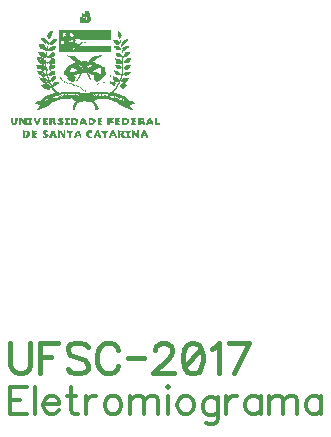
<source format=gbr>
G04 DipTrace 3.1.0.1*
G04 TopAssy.gbr*
%MOIN*%
G04 #@! TF.FileFunction,Drawing,Top*
G04 #@! TF.Part,Single*
%ADD12C,0.003*%
%ADD49C,0.013895*%
%ADD50C,0.015439*%
%FSLAX26Y26*%
G04*
G70*
G90*
G75*
G01*
G04 TopAssy*
%LPD*%
X770701Y1875701D2*
D12*
X776701D1*
X769305Y1872701D2*
X777738D1*
X768378Y1869701D2*
X778737D1*
X758701Y1866701D2*
D3*
X767701D2*
X779688D1*
X758578Y1863701D2*
X780712D1*
X758112Y1860701D2*
X781719D1*
X757086Y1857701D2*
X782679D1*
X749701Y1854701D2*
D3*
X755701D2*
X758701D1*
X767701D2*
D3*
X773701D2*
X783696D1*
X749701Y1851701D2*
X767701D1*
X773701D2*
X784588D1*
X749701Y1848701D2*
X767701D1*
X773701D2*
X785038D1*
X749701Y1845701D2*
X767701D1*
X773701D2*
X785087D1*
X749701Y1842701D2*
X752701D1*
X758701D2*
X776701D1*
X782701D2*
X783686D1*
X749701Y1839701D2*
X780426D1*
X749701Y1836701D2*
X776701D1*
X785701Y1824701D2*
D3*
X653701Y1809701D2*
D3*
X680701D2*
X851701D1*
X650713Y1806701D2*
X656701D1*
X680701D2*
X851701D1*
X878701D2*
D3*
X647830Y1803701D2*
X656587D1*
X680701D2*
X851701D1*
X878249D2*
X881701D1*
X645329Y1800701D2*
X656191D1*
X680701D2*
X689824D1*
X704701D2*
X716149D1*
X726253D2*
X725701D1*
X731701D2*
X851701D1*
X877623D2*
X884100D1*
X643559Y1797701D2*
X655366D1*
X680701D2*
X690290D1*
X701701D2*
X715097D1*
X730305D2*
X851701D1*
X877048D2*
X886093D1*
X642376Y1794701D2*
X654203D1*
X680701D2*
X691316D1*
X707701D2*
X713701D1*
X734701D2*
X851701D1*
X877840D2*
X886663D1*
X642342Y1791701D2*
X652846D1*
X680701D2*
X692701D1*
X698701D2*
X716888D1*
X730107D2*
X851701D1*
X879135D2*
X885629D1*
X643586Y1788701D2*
X651327D1*
X680701D2*
X719701D1*
X725701D2*
X851701D1*
X880477D2*
X883850D1*
X620701Y1785701D2*
X629701D1*
X645480D2*
X649600D1*
X680701D2*
X851701D1*
X881701D2*
D3*
X620941Y1782701D2*
X632958D1*
X647701D2*
D3*
X680701D2*
X732153D1*
X764701D2*
X851701D1*
X621474Y1779701D2*
X635654D1*
X662701D2*
X671701D1*
X680701D2*
X720253D1*
X726253D2*
X732779D1*
X749701D2*
X851701D1*
X908701D2*
D3*
X623800Y1776701D2*
X638239D1*
X657461D2*
X670321D1*
X680701D2*
X715305D1*
X727305D2*
X733354D1*
X860701D2*
X875701D1*
X884701D2*
D3*
X900750D2*
X908701D1*
X627093Y1773701D2*
X641263D1*
X653659D2*
X668153D1*
X680701D2*
X685928D1*
X698235D2*
X710701D1*
X728701D2*
X732743D1*
X863141D2*
X878701D1*
X884701D2*
D3*
X894615D2*
X906281D1*
X631192Y1770701D2*
X644701D1*
X650701D2*
X664886D1*
X680701D2*
X683575D1*
X697466D2*
X730845D1*
X755701D2*
X758701D1*
X764701D2*
X767701D1*
X788701D2*
D3*
X800701D2*
D3*
X809701D2*
D3*
X845701D2*
D3*
X866009D2*
X884701D1*
X892391D2*
X902753D1*
X635701Y1767701D2*
D3*
X641701D2*
X660871D1*
X680701D2*
D3*
X696566D2*
X728701D1*
X752701D2*
X754316D1*
X869295D2*
X881701D1*
X890701D2*
X897942D1*
X614701Y1764701D2*
X626701D1*
X644701D2*
D3*
X650701D2*
X656701D1*
X680701D2*
X689701D1*
X695701D2*
X750451D1*
X800701D2*
D3*
X830701D2*
D3*
X872701D2*
X878701D1*
X887701D2*
X893337D1*
X615165Y1761701D2*
X630138D1*
X680701D2*
X746993D1*
X887701D2*
X890118D1*
X615909Y1758701D2*
X632804D1*
X641701D2*
D3*
X656701D2*
X668701D1*
X680701D2*
X733356D1*
X738279D2*
X851701D1*
X863701D2*
X878701D1*
X887701D2*
D3*
X899701D2*
X911701D1*
X616693Y1755701D2*
X634492D1*
X641701D2*
D3*
X653200D2*
X667316D1*
X680701D2*
X727514D1*
X736410D2*
X851701D1*
X865675D2*
X880552D1*
X896701D2*
X911256D1*
X617264Y1752701D2*
X635701D1*
X641701D2*
D3*
X650233D2*
X666451D1*
X680701D2*
X722701D1*
X734939D2*
X851701D1*
X867774D2*
X882185D1*
X893701D2*
X909636D1*
X626701Y1749701D2*
X641701D1*
X647701D2*
X665993D1*
X680701D2*
X724295D1*
X733402D2*
X851701D1*
X870159D2*
X883544D1*
X890701D2*
X905435D1*
X626701Y1746701D2*
X656701D1*
X680701D2*
X725701D1*
X731701D2*
X851701D1*
X872701D2*
X884701D1*
X893701D2*
X900381D1*
X641701Y1743701D2*
X656701D1*
X680701D2*
X851701D1*
X890701D2*
X895915D1*
X680701Y1740701D2*
X851701D1*
X890701D2*
X892913D1*
X611701Y1737701D2*
X626701D1*
X638701D2*
D3*
X656701D2*
X659701D1*
X665701D2*
D3*
X890701D2*
D3*
X902701D2*
X914701D1*
X613440Y1734701D2*
X629701D1*
X638701D2*
D3*
X653264D2*
X665701D1*
X869701D2*
X881701D1*
X900596D2*
X913132D1*
X615561Y1731701D2*
X638701D1*
X650598D2*
X665209D1*
X870973D2*
X884701D1*
X898556D2*
X911646D1*
X618540Y1728701D2*
X637295D1*
X648910D2*
X663069D1*
X707701D2*
D3*
X818701D2*
X821701D1*
X872805D2*
X887701D1*
X896701D2*
X907902D1*
X621808Y1725701D2*
X635701D1*
X641701D2*
D3*
X647701D2*
X659993D1*
X710456D2*
X719701D1*
X809233D2*
X817561D1*
X875473D2*
X902555D1*
X624488Y1722701D2*
X656728D1*
X713872D2*
X727172D1*
X800803D2*
X813284D1*
X878701D2*
X881701D1*
X890701D2*
X897319D1*
X608701Y1719701D2*
X620701D1*
X626701D2*
X630290D1*
X635701D2*
D3*
X641701D2*
D3*
X647701D2*
X653701D1*
X717735D2*
X733322D1*
X793944D2*
X808984D1*
X890701D2*
X893243D1*
X608827Y1716701D2*
X628525D1*
X656701D2*
X659701D1*
X665701D2*
D3*
X721711D2*
X738274D1*
X788658D2*
X804807D1*
X866701D2*
D3*
X890701D2*
X891903D1*
X908701D2*
X917701D1*
X609340Y1713701D2*
X614701D1*
X620701D2*
X627451D1*
X653200D2*
X665701D1*
X725673D2*
X742500D1*
X784665D2*
X800685D1*
X868549D2*
X881701D1*
X890701D2*
X891200D1*
X904782D2*
X916552D1*
X610312Y1710701D2*
X635701D1*
X650233D2*
X665701D1*
X729720D2*
X746211D1*
X781871D2*
X796310D1*
X870155D2*
X884701D1*
X890701D2*
X890892D1*
X901686D2*
X915185D1*
X612948Y1707701D2*
X635701D1*
X647701D2*
X665701D1*
X733756D2*
X749701D1*
X758701D2*
X770701D1*
X779701D2*
X791701D1*
X871377D2*
X890770D1*
X899128D2*
X913544D1*
X616268Y1704701D2*
X665701D1*
X737701D2*
X796107D1*
X872148D2*
X890725D1*
X896701D2*
X911701D1*
X619958Y1701701D2*
X635701D1*
X641701D2*
D3*
X648861D2*
X653701D1*
X729678D2*
X800701D1*
X809701D2*
D3*
X890701D2*
X890709D1*
X623701Y1698701D2*
X626701D1*
X635701D2*
D3*
X652390D2*
X653701D1*
X722988D2*
X809701D1*
X890701D2*
X890704D1*
X920701D2*
D3*
X605701Y1695701D2*
X620701D1*
X635701D2*
X635713D1*
X656701D2*
X665701D1*
X718066D2*
X741474D1*
X750253D2*
X758701D1*
X767701D2*
X776149D1*
X794701D2*
X814523D1*
X866701D2*
X869701D1*
X890701D2*
X890702D1*
X908701D2*
X917701D1*
X606727Y1692701D2*
X625295D1*
X635701D2*
X635830D1*
X652095D2*
X664675D1*
X714328D2*
X743827D1*
X754305D2*
X772097D1*
X800701D2*
X818584D1*
X868316D2*
X877482D1*
X890701D2*
D3*
X904454D2*
X916549D1*
X607628Y1689701D2*
X629701D1*
X635701D2*
X636329D1*
X648365D2*
X663774D1*
X711369D2*
X746701D1*
X758701D2*
X767701D1*
X790482D2*
X820333D1*
X870451D2*
X884701D1*
X890701D2*
D3*
X900748D2*
X915155D1*
X608243Y1686701D2*
X637536D1*
X646661D2*
X663159D1*
X708863D2*
X720279D1*
X727866D2*
X773701D1*
X779701D2*
X830701D1*
X872993D2*
X890701D1*
X898881D2*
X913377D1*
X620701Y1683701D2*
X639455D1*
X646577D2*
X653701D1*
X706220D2*
X718410D1*
X734700D2*
X755701D1*
X761701D2*
X803481D1*
X821701D2*
X830713D1*
X875701D2*
X884701D1*
X890701D2*
D3*
X898800D2*
X911148D1*
X622107Y1680701D2*
X641701D1*
X648110D2*
X652295D1*
X703140D2*
X716939D1*
X739721D2*
X797644D1*
X821701D2*
X830830D1*
X890701D2*
D3*
X899701D2*
X908701D1*
X623701Y1677701D2*
X626701D1*
X638701D2*
X640316D1*
X650591D2*
X650701D1*
X700250D2*
X715402D1*
X743701D2*
X792796D1*
X821701D2*
X831318D1*
X863701D2*
D3*
X890701D2*
D3*
X608701Y1674701D2*
X620701D1*
X638701D2*
X639451D1*
X653701D2*
X665701D1*
X697973D2*
X713701D1*
X734701D2*
X788701D1*
X821701D2*
X832419D1*
X865193D2*
X875701D1*
X890701D2*
D3*
X609876Y1671701D2*
X625482D1*
X638701D2*
X638993D1*
X650513D2*
X664675D1*
X697813D2*
X799482D1*
X821701D2*
X833883D1*
X866862D2*
X879044D1*
X890701D2*
D3*
X899701D2*
X917701D1*
X611482Y1668701D2*
X620701D1*
X626701D2*
X629701D1*
X638701D2*
D3*
X647701D2*
X663774D1*
X698082D2*
X746149D1*
X753290D2*
X752701D1*
X774279D2*
X773701D1*
X783027D2*
X809701D1*
X821701D2*
X835274D1*
X868378D2*
X881952D1*
X890701D2*
D3*
X896701D2*
X915044D1*
X614022Y1665701D2*
X663159D1*
X698408D2*
X736097D1*
X751525D2*
X752701D1*
X775407D2*
X776701D1*
X789140D2*
X835332D1*
X869701D2*
X884701D1*
X890701D2*
X912347D1*
X617627Y1662701D2*
X653701D1*
X704701D2*
X725701D1*
X750451D2*
X750841D1*
X776915D2*
X776701D1*
X794093D2*
X832998D1*
X889664D2*
X909221D1*
X621359Y1659701D2*
X642165D1*
X647701D2*
X653701D1*
X680701D2*
D3*
X706305D2*
X729125D1*
X749701D2*
X749118D1*
X778327D2*
X779701D1*
X797748D2*
X829700D1*
X851701D2*
D3*
X888665D2*
X890701D1*
X899701D2*
X905701D1*
X624308Y1656701D2*
X629701D1*
X641701D2*
X642909D1*
X662701D2*
X668701D1*
X708378D2*
X732121D1*
X746701D2*
X747418D1*
X779628D2*
X779701D1*
X798536D2*
X826337D1*
X851701D2*
D3*
X860701D2*
D3*
X887712D2*
X889193D1*
X614701Y1653701D2*
D3*
X626701D2*
D3*
X641701D2*
X643693D1*
X658857D2*
X668100D1*
X683701D2*
D3*
X710701D2*
X733302D1*
X746701D2*
X745595D1*
X781241D2*
X779701D1*
X798287D2*
X823545D1*
X861165D2*
X872701D1*
X886674D2*
X887862D1*
X616340Y1650701D2*
X632888D1*
X643107D2*
X644264D1*
X655982D2*
X667093D1*
X685648D2*
X686701D1*
X707701D2*
X732908D1*
X743701D2*
X743717D1*
X783347D2*
X782701D1*
X798257D2*
X820929D1*
X845701D2*
D3*
X861909D2*
X875701D1*
X885643D2*
X886378D1*
X893701D2*
X911701D1*
X618689Y1647701D2*
X626701D1*
X632701D2*
X638701D1*
X644701D2*
D3*
X653701D2*
X664372D1*
X687628D2*
X686701D1*
X711854D2*
X731926D1*
X740701D2*
X742092D1*
X785701D2*
D3*
X798608D2*
X817936D1*
X842701D2*
D3*
X862693D2*
X878701D1*
X884701D2*
D3*
X890701D2*
X909261D1*
X622022Y1644701D2*
X660791D1*
X689701D2*
X692701D1*
X718045D2*
X730453D1*
X737701D2*
X740701D1*
X800883D2*
X811404D1*
X839701D2*
D3*
X863264D2*
X906393D1*
X626316Y1641701D2*
X635701D1*
X641701D2*
X650701D1*
X656701D2*
D3*
X698701D2*
D3*
X725701D2*
X728701D1*
X803701D2*
D3*
X833701D2*
D3*
X851701D2*
D3*
X881701D2*
D3*
X890701D2*
X903107D1*
X631021Y1638701D2*
X647701D1*
X665701D2*
X677701D1*
X698701D2*
D3*
X704701D2*
D3*
X737701D2*
D3*
X827701D2*
X830701D1*
X851941D2*
X863701D1*
X880200D2*
X881701D1*
X896701D2*
X899701D1*
X635701Y1635701D2*
X638701D1*
X647701D2*
X650149D1*
X663596D2*
X677256D1*
X707701D2*
D3*
X821701D2*
D3*
X852474D2*
X866056D1*
X878458D2*
X881701D1*
X649305Y1632701D2*
X652097D1*
X661556D2*
X675636D1*
X713701D2*
X719701D1*
X809701D2*
X812701D1*
X818701D2*
D3*
X854693D2*
X868107D1*
X876730D2*
X879738D1*
X890701D2*
X893701D1*
X629701Y1629701D2*
X641701D1*
X651378D2*
X653701D1*
X659701D2*
X671425D1*
X725701D2*
X728701D1*
X806701D2*
D3*
X857571D2*
X866168D1*
X875169D2*
X877748D1*
X886843D2*
X899888D1*
X620701Y1626701D2*
X647701D1*
X653701D2*
X666255D1*
X728701D2*
X731701D1*
X737701D2*
D3*
X794701D2*
D3*
X800701D2*
D3*
X860701D2*
X863701D1*
X873766D2*
X875793D1*
X883506D2*
X905701D1*
X623850Y1623701D2*
X661223D1*
X740701D2*
X743701D1*
X788701D2*
D3*
X872179D2*
X874094D1*
X884307D2*
X902149D1*
X628410Y1620701D2*
X656701D1*
X749701D2*
D3*
X782701D2*
D3*
X869903D2*
X872426D1*
X887237D2*
X898097D1*
X635641Y1617701D2*
X647701D1*
X656701D2*
X660072D1*
X753754D2*
X755701D1*
X779701D2*
D3*
X867085D2*
X870342D1*
X890701D2*
X893701D1*
X644701Y1614701D2*
X647701D1*
X659598D2*
X663146D1*
X757774D2*
X758701D1*
X770701D2*
D3*
X864266D2*
X867837D1*
X662326Y1611701D2*
X666398D1*
X761701D2*
D3*
X767701D2*
D3*
X861510D2*
X865162D1*
X665045Y1608701D2*
X670041D1*
X767701D2*
D3*
X858491D2*
X862558D1*
X668178Y1605701D2*
X673877D1*
X707701D2*
X743701D1*
X788701D2*
X821701D1*
X855141D2*
X860120D1*
X671701Y1602701D2*
X677701D1*
X686701D2*
X746701D1*
X785701D2*
X842701D1*
X851701D2*
X857701D1*
X663285Y1599701D2*
X866838D1*
X654160Y1596701D2*
X677701D1*
X683701D2*
D3*
X697541D2*
X698701D1*
X707701D2*
D3*
X734701D2*
D3*
X743701D2*
X791701D1*
X797701D2*
D3*
X809701D2*
X812701D1*
X821701D2*
D3*
X845701D2*
X876395D1*
X645285Y1593701D2*
X670153D1*
X674701D2*
X677701D1*
X686701D2*
D3*
X694012D2*
X740701D1*
X746701D2*
X794701D1*
X800701D2*
D3*
X806701D2*
X812701D1*
X821701D2*
D3*
X830701D2*
X833701D1*
X839701D2*
D3*
X845701D2*
X885578D1*
X637649Y1590701D2*
X659658D1*
X683701D2*
D3*
X689701D2*
X839701D1*
X845701D2*
X848701D1*
X863701D2*
D3*
X869701D2*
D3*
X874598D2*
X893588D1*
X631668Y1587701D2*
X652776D1*
X656701D2*
D3*
X662701D2*
D3*
X677701D2*
X851701D1*
X863701D2*
D3*
X878493D2*
X900040D1*
X626962Y1584701D2*
X639804D1*
X644701D2*
X647701D1*
X652662D2*
X716701D1*
X725604D2*
X872701D1*
X881701D2*
D3*
X890701D2*
X904541D1*
X624459Y1581701D2*
X632909D1*
X647319D2*
X676562D1*
X729233D2*
X802598D1*
X851787D2*
X878701D1*
X890701D2*
D3*
X896701D2*
X907755D1*
X621417Y1578701D2*
X626701D1*
X632701D2*
D3*
X642920D2*
X669334D1*
X734411D2*
X763957D1*
X765140D2*
X797493D1*
X860025D2*
X890701D1*
X896701D2*
X911270D1*
X617072Y1575701D2*
X629701D1*
X635701D2*
X663406D1*
X740701D2*
X753671D1*
X778780D2*
X791701D1*
X866193D2*
X916015D1*
X611631Y1572701D2*
X659465D1*
X737713D2*
X746421D1*
X786872D2*
X795622D1*
X870202D2*
X921510D1*
X605729Y1569701D2*
X656256D1*
X734830D2*
X741079D1*
X791674D2*
X798728D1*
X873725D2*
X927096D1*
X599701Y1566701D2*
X652191D1*
X732329D2*
X738858D1*
X794879D2*
X801270D1*
X878465D2*
X932701D1*
X620701Y1563701D2*
X646739D1*
X730547D2*
X737069D1*
X797298D2*
X803451D1*
X884665D2*
X911701D1*
X617805Y1560701D2*
X640341D1*
X729535D2*
X735488D1*
X798971D2*
X805146D1*
X891577D2*
X913675D1*
X615581Y1557701D2*
X633557D1*
X729045D2*
X734072D1*
X799919D2*
X806528D1*
X898636D2*
X915782D1*
X613499Y1554701D2*
X626593D1*
X728833D2*
X732952D1*
X800378D2*
X808023D1*
X905725D2*
X918211D1*
X611179Y1551701D2*
X619279D1*
X728747D2*
X732227D1*
X800584D2*
X809701D1*
X913094D2*
X920902D1*
X608701Y1548701D2*
X611701D1*
X728701D2*
X731701D1*
X800701D2*
X803701D1*
X920701D2*
X923701D1*
X521701Y1518701D2*
X524701D1*
X533701D2*
X539701D1*
X548701D2*
X554701D1*
X563701D2*
X569701D1*
X575701D2*
X587701D1*
X596701D2*
X599701D1*
X614701D2*
X617701D1*
X626701D2*
X641701D1*
X647701D2*
X665701D1*
X680701D2*
X692701D1*
X701701D2*
X713701D1*
X719701D2*
X734701D1*
X758701D2*
X761701D1*
X779701D2*
X791701D1*
X809701D2*
X821701D1*
X842701D2*
X860701D1*
X866701D2*
X881701D1*
X890701D2*
X905701D1*
X920701D2*
X935701D1*
X944701D2*
X959701D1*
X980701D2*
X983701D1*
X1001701D2*
X1004701D1*
X521701Y1515701D2*
X524701D1*
X533701D2*
X539701D1*
X548701D2*
X556107D1*
X563701D2*
X569701D1*
X575701D2*
X586675D1*
X596827D2*
X600754D1*
X613648D2*
X616304D1*
X626701D2*
X641701D1*
X647701D2*
X665701D1*
X679363D2*
X692701D1*
X702727D2*
X713701D1*
X719701D2*
X737563D1*
X756841D2*
X763549D1*
X779701D2*
X795496D1*
X809701D2*
X816076D1*
X842701D2*
X855076D1*
X866701D2*
X877482D1*
X890701D2*
X908111D1*
X922086D2*
X930076D1*
X944701D2*
X961086D1*
X978291D2*
X984853D1*
X1001701D2*
X1004701D1*
X521701Y1512701D2*
X524701D1*
X533701D2*
X539701D1*
X548701D2*
X557701D1*
X563701D2*
X569701D1*
X581701D2*
X585794D1*
X597317D2*
X601774D1*
X612628D2*
X615337D1*
X626701D2*
D3*
X647701D2*
X653701D1*
X662701D2*
X665701D1*
X678478D2*
X682528D1*
X692701D2*
D3*
X703608D2*
X707701D1*
X719701D2*
X725701D1*
X734112D2*
X739956D1*
X755130D2*
X765167D1*
X779701D2*
X782701D1*
X791112D2*
X798550D1*
X809701D2*
D3*
X842701D2*
X848701D1*
X866701D2*
X872701D1*
X890701D2*
X893701D1*
X905112D2*
X909866D1*
X922947D2*
X923701D1*
X944701D2*
X950701D1*
X959701D2*
X961947D1*
X976524D2*
X986235D1*
X1001701D2*
X1004701D1*
X521713Y1509701D2*
X524701D1*
X533701D2*
X539678D1*
X548701D2*
X569701D1*
X581701D2*
X585331D1*
X598430D2*
X602701D1*
X611701D2*
X614507D1*
X626701D2*
X633076D1*
X647701D2*
X653701D1*
X662701D2*
X665713D1*
X678577D2*
X687383D1*
X704071D2*
X707701D1*
X719701D2*
X725701D1*
X735877D2*
X741773D1*
X753535D2*
X766485D1*
X779701D2*
X782701D1*
X792877D2*
X799807D1*
X809701D2*
X816076D1*
X842701D2*
X854284D1*
X866701D2*
X877482D1*
X890701D2*
X893701D1*
X906877D2*
X910847D1*
X923372D2*
X930076D1*
X944701D2*
X950701D1*
X959701D2*
X962395D1*
X975414D2*
X987906D1*
X1001701D2*
X1004701D1*
X521827Y1506701D2*
X524701D1*
X533701D2*
X539449D1*
X548701D2*
X551701D1*
X557235D2*
X569701D1*
X581701D2*
X585422D1*
X600033D2*
X613481D1*
X626701D2*
X638701D1*
X647701D2*
X665827D1*
X683711D2*
X691292D1*
X703980D2*
X707701D1*
X719701D2*
X725701D1*
X736951D2*
X741630D1*
X752097D2*
X755701D1*
X761701D2*
X767588D1*
X779701D2*
X782701D1*
X793951D2*
X799936D1*
X809701D2*
X821701D1*
X842701D2*
X858495D1*
X866701D2*
X881701D1*
X890701D2*
X893701D1*
X907951D2*
X911376D1*
X923451D2*
X935701D1*
X944701D2*
X962703D1*
X974542D2*
X977701D1*
X983701D2*
X989688D1*
X1001701D2*
X1004701D1*
X522291Y1503701D2*
X524701D1*
X533701D2*
X538904D1*
X548701D2*
X551701D1*
X559466D2*
X569701D1*
X581701D2*
X586033D1*
X601799D2*
X612162D1*
X626701D2*
D3*
X647701D2*
X653701D1*
X660474D2*
X666291D1*
X689701D2*
X694263D1*
X703369D2*
X707701D1*
X719701D2*
X725701D1*
X737701D2*
X740800D1*
X750962D2*
X768690D1*
X779701D2*
X782701D1*
X794701D2*
X798635D1*
X809701D2*
D3*
X842701D2*
X848701D1*
X866701D2*
X872701D1*
X890701D2*
X893701D1*
X908701D2*
X910824D1*
X923066D2*
X923701D1*
X944701D2*
X963245D1*
X973588D2*
X991123D1*
X1001701D2*
X1004701D1*
X523316Y1500701D2*
X536566D1*
X548701D2*
X551701D1*
X561566D2*
X569701D1*
X575701D2*
X586870D1*
X603687D2*
X610537D1*
X626701D2*
X641701D1*
X647701D2*
X653701D1*
X662827D2*
X667316D1*
X674701D2*
X692243D1*
X702532D2*
X713701D1*
X719701D2*
X739404D1*
X750231D2*
X769746D1*
X779701D2*
X795405D1*
X809701D2*
X816076D1*
X842701D2*
X848701D1*
X866701D2*
X877482D1*
X890701D2*
X908533D1*
X922070D2*
X930076D1*
X944701D2*
X950701D1*
X956701D2*
X964301D1*
X972608D2*
X992041D1*
X1001701D2*
X1013701D1*
X524701Y1497701D2*
X533701D1*
X548701D2*
X551701D1*
X563701D2*
X569701D1*
X575701D2*
X587701D1*
X605701D2*
X608701D1*
X626701D2*
X641701D1*
X647701D2*
X653701D1*
X665701D2*
X668701D1*
X677701D2*
X689701D1*
X701701D2*
X713701D1*
X719701D2*
X737701D1*
X749701D2*
X752701D1*
X767701D2*
X770701D1*
X779701D2*
X791701D1*
X809701D2*
X821701D1*
X842701D2*
X848701D1*
X866701D2*
X881701D1*
X890701D2*
X905701D1*
X920701D2*
X935701D1*
X944701D2*
X950701D1*
X962701D2*
X965701D1*
X971701D2*
X974701D1*
X989701D2*
X992701D1*
X1001701D2*
X1013701D1*
X560701Y1476701D2*
D3*
X590701D2*
D3*
X605701D2*
D3*
X632701D2*
X638701D1*
X656701D2*
D3*
X662701D2*
D3*
X677701D2*
D3*
X683701D2*
D3*
X698701D2*
D3*
X707701D2*
D3*
X725701D2*
D3*
X743701D2*
D3*
X779701D2*
X788701D1*
X809701D2*
D3*
X857701D2*
X860701D1*
X878701D2*
D3*
X923701D2*
D3*
X941701D2*
X944701D1*
X962701D2*
X965701D1*
X560701Y1473701D2*
X578701D1*
X590701D2*
X605701D1*
X629619D2*
X641701D1*
X656226D2*
X665701D1*
X677701D2*
X686701D1*
X698701D2*
D3*
X707701D2*
X725701D1*
X740456D2*
X746701D1*
X775906D2*
X788701D1*
X805894D2*
X809701D1*
X821701D2*
X842701D1*
X855853D2*
X862561D1*
X878701D2*
X896701D1*
X902701D2*
X917701D1*
X923701D2*
X932701D1*
X941701D2*
X944701D1*
X960841D2*
X967561D1*
X560701Y1470701D2*
X563701D1*
X575678D2*
X580074D1*
X590701D2*
X593701D1*
X628337D2*
X626701D1*
X655376D2*
X665815D1*
X677701D2*
X688107D1*
X698701D2*
D3*
X713701D2*
X721547D1*
X737884D2*
X747738D1*
X772852D2*
X776701D1*
X803172D2*
X811664D1*
X825855D2*
X838547D1*
X854235D2*
X864272D1*
X878701D2*
X881701D1*
X890701D2*
X895928D1*
X905471D2*
X914931D1*
X923701D2*
X932701D1*
X941701D2*
X944701D1*
X959130D2*
X969272D1*
X560701Y1467701D2*
X563701D1*
X575449D2*
X580819D1*
X590701D2*
X605701D1*
X629022D2*
X634280D1*
X654206D2*
X656701D1*
X662701D2*
X666211D1*
X677701D2*
X680701D1*
X686701D2*
X689701D1*
X698701D2*
D3*
X713701D2*
X718470D1*
X735852D2*
X737701D1*
X743701D2*
X748737D1*
X771595D2*
X776824D1*
X801349D2*
X803701D1*
X809701D2*
X813654D1*
X828932D2*
X835470D1*
X852917D2*
X865879D1*
X878701D2*
X881701D1*
X887701D2*
X893575D1*
X907522D2*
X912880D1*
X923701D2*
X944701D1*
X957535D2*
X970867D1*
X560701Y1464701D2*
X563701D1*
X574904D2*
X581071D1*
X590701D2*
X599513D1*
X631301D2*
X639606D1*
X652847D2*
X656701D1*
X665701D2*
X667045D1*
X677701D2*
X680701D1*
X688316D2*
X698701D1*
X713701D2*
X717531D1*
X734221D2*
X737701D1*
X746701D2*
X749690D1*
X771419D2*
X777290D1*
X799950D2*
X803701D1*
X809701D2*
X815586D1*
X829871D2*
X834531D1*
X851814D2*
X854701D1*
X863701D2*
X867431D1*
X878701D2*
X890701D1*
X908150D2*
X912235D1*
X923701D2*
X926701D1*
X932701D2*
X944701D1*
X956097D2*
X959701D1*
X968701D2*
X972305D1*
X560701Y1461701D2*
X563701D1*
X572566D2*
X579821D1*
X590701D2*
X593701D1*
X633595D2*
X643441D1*
X651327D2*
X668286D1*
X677701D2*
X680701D1*
X690451D2*
X698701D1*
X713701D2*
X717042D1*
X733008D2*
X750728D1*
X772631D2*
X778316D1*
X798884D2*
X817084D1*
X830360D2*
X834042D1*
X850712D2*
X869029D1*
X878701D2*
X881701D1*
X887149D2*
X893701D1*
X908490D2*
X912651D1*
X923701D2*
X926701D1*
X935701D2*
X944701D1*
X954962D2*
X973440D1*
X560701Y1458701D2*
X563701D1*
X569701D2*
X577924D1*
X590701D2*
X600076D1*
X626701D2*
D3*
X635701D2*
X642349D1*
X649600D2*
X653701D1*
X665701D2*
X669880D1*
X677701D2*
X680701D1*
X692993D2*
X698701D1*
X713701D2*
X716823D1*
X732246D2*
X737701D1*
X749701D2*
X751759D1*
X774572D2*
X779701D1*
X788701D2*
D3*
X798198D2*
X800701D1*
X812701D2*
X818028D1*
X830579D2*
X833823D1*
X849656D2*
X851701D1*
X866701D2*
X870786D1*
X878701D2*
X881701D1*
X889097D2*
X896701D1*
X908701D2*
X914899D1*
X923701D2*
X926701D1*
X938701D2*
X944701D1*
X954231D2*
X956701D1*
X971701D2*
X974171D1*
X560701Y1455701D2*
X575701D1*
X590701D2*
X605701D1*
X629513D2*
X639277D1*
X647701D2*
X653701D1*
X665701D2*
X671701D1*
X677701D2*
X680701D1*
X695701D2*
X698701D1*
X713701D2*
X716701D1*
X731701D2*
X734701D1*
X749701D2*
X752701D1*
X777034D2*
X788701D1*
X797701D2*
X800701D1*
X815701D2*
X818701D1*
X830701D2*
X833701D1*
X848701D2*
X851701D1*
X866701D2*
X872701D1*
X878701D2*
X881701D1*
X890701D2*
X917701D1*
X923701D2*
X926701D1*
X941701D2*
X944701D1*
X953701D2*
X956701D1*
X971701D2*
X974701D1*
X632701Y1452701D2*
X635701D1*
X779701D2*
X785701D1*
X770701Y1875701D2*
X769305Y1872701D1*
X768378Y1869701D1*
X767701Y1866701D1*
X776701Y1875701D2*
X777738Y1872701D1*
X778737Y1869701D1*
X779688Y1866701D1*
X780712Y1863701D1*
X781719Y1860701D1*
X782679Y1857701D1*
X783696Y1854701D1*
X784588Y1851701D1*
X785038Y1848701D1*
X785087Y1845701D1*
X783686Y1842701D1*
X780426Y1839701D1*
X776701Y1836701D1*
X758701Y1866701D2*
X758578Y1863701D1*
X758112Y1860701D1*
X757086Y1857701D1*
X755701Y1854701D1*
X749701D2*
Y1851701D1*
Y1848701D1*
Y1845701D1*
Y1842701D1*
Y1839701D1*
Y1836701D1*
X758701Y1854701D2*
X764701Y1857701D2*
X767701Y1854701D1*
X773701Y1857701D2*
Y1854701D1*
Y1851701D1*
Y1848701D1*
Y1845701D1*
X767701Y1851701D2*
Y1848701D1*
Y1845701D1*
X755701D2*
X752701Y1842701D1*
X755701Y1845701D2*
X758701Y1842701D1*
X779701Y1845701D2*
X776701Y1842701D1*
X779701Y1845701D2*
X782701Y1842701D1*
X785701Y1824701D2*
X653701Y1809701D2*
X650713Y1806701D1*
X647830Y1803701D1*
X645329Y1800701D1*
X643559Y1797701D1*
X642376Y1794701D1*
X642342Y1791701D1*
X643586Y1788701D1*
X645480Y1785701D1*
X647701Y1782701D1*
X680701Y1809701D2*
Y1806701D1*
Y1803701D1*
Y1800701D1*
Y1797701D1*
Y1794701D1*
Y1791701D1*
Y1788701D1*
Y1785701D1*
Y1782701D1*
Y1779701D1*
Y1776701D1*
Y1773701D1*
Y1770701D1*
Y1767701D1*
Y1764701D1*
Y1761701D1*
Y1758701D1*
Y1755701D1*
Y1752701D1*
Y1749701D1*
Y1746701D1*
Y1743701D1*
Y1740701D1*
X851701Y1809701D2*
Y1806701D1*
Y1803701D1*
Y1800701D1*
Y1797701D1*
Y1794701D1*
Y1791701D1*
Y1788701D1*
Y1785701D1*
Y1782701D1*
Y1779701D1*
X656701Y1806701D2*
X656587Y1803701D1*
X656191Y1800701D1*
X655366Y1797701D1*
X654203Y1794701D1*
X652846Y1791701D1*
X651327Y1788701D1*
X649600Y1785701D1*
X647701Y1782701D1*
X878701Y1806701D2*
X878249Y1803701D1*
X877623Y1800701D1*
X877048Y1797701D1*
X877840Y1794701D1*
X879135Y1791701D1*
X880477Y1788701D1*
X881701Y1785701D1*
Y1803701D2*
X884100Y1800701D1*
X886093Y1797701D1*
X886663Y1794701D1*
X885629Y1791701D1*
X883850Y1788701D1*
X881701Y1785701D1*
X689701Y1803701D2*
X689824Y1800701D1*
X690290Y1797701D1*
X691316Y1794701D1*
X692701Y1791701D1*
X707701Y1803701D2*
X704701Y1800701D1*
X701701Y1797701D1*
X707701Y1794701D1*
X698701Y1791701D1*
X716701Y1803701D2*
X716149Y1800701D1*
X715097Y1797701D1*
X713701Y1794701D1*
X716888Y1791701D1*
X719701Y1788701D1*
X722701Y1803701D2*
X726253Y1800701D1*
X730305Y1797701D1*
X734701Y1794701D1*
X730107Y1791701D1*
X725701Y1788701D1*
X734701Y1803701D2*
X731701Y1800701D1*
X728701Y1797701D1*
X734701Y1794701D1*
X730107Y1791701D1*
X725701Y1788701D1*
X620701Y1785701D2*
X620941Y1782701D1*
X621474Y1779701D1*
X623800Y1776701D1*
X627093Y1773701D1*
X631192Y1770701D1*
X635701Y1767701D1*
X629701Y1785701D2*
X632958Y1782701D1*
X635654Y1779701D1*
X638239Y1776701D1*
X641263Y1773701D1*
X644701Y1770701D1*
X731701Y1785701D2*
X732153Y1782701D1*
X732779Y1779701D1*
X733354Y1776701D1*
X732743Y1773701D1*
X730845Y1770701D1*
X728701Y1767701D1*
X749701Y1764701D1*
X746701Y1761701D1*
X743701Y1758701D1*
X779701Y1785701D2*
X764701Y1782701D1*
X749701Y1779701D1*
X662701D2*
X657461Y1776701D1*
X653659Y1773701D1*
X650701Y1770701D1*
X671701Y1779701D2*
X670321Y1776701D1*
X668153Y1773701D1*
X664886Y1770701D1*
X660871Y1767701D1*
X656701Y1764701D1*
X725701Y1782701D2*
X720253Y1779701D1*
X715305Y1776701D1*
X710701Y1773701D1*
X725701Y1782701D2*
X726253Y1779701D1*
X727305Y1776701D1*
X728701Y1773701D1*
X908701Y1779701D2*
X900750Y1776701D1*
X894615Y1773701D1*
X892391Y1770701D1*
X890701Y1767701D1*
X860701Y1776701D2*
X863141Y1773701D1*
X866009Y1770701D1*
X869295Y1767701D1*
X872701Y1764701D1*
X875701Y1776701D2*
X878701Y1773701D1*
X884701Y1776701D2*
Y1773701D1*
X908701Y1776701D2*
X906281Y1773701D1*
X902753Y1770701D1*
X897942Y1767701D1*
X893337Y1764701D1*
X890118Y1761701D1*
X887701Y1758701D1*
X686701Y1776701D2*
X685928Y1773701D1*
X683575Y1770701D1*
X680701Y1767701D1*
X689701Y1764701D1*
X698701Y1776701D2*
X698235Y1773701D1*
X697466Y1770701D1*
X696566Y1767701D1*
X695701Y1764701D1*
X755701Y1770701D2*
X758701D2*
X754316Y1767701D1*
X750451Y1764701D1*
X746993Y1761701D1*
X743701Y1758701D1*
X764701Y1770701D2*
X767701D2*
X788701D2*
X800701D2*
X809701D2*
X845701D2*
X884701D2*
X881701Y1767701D1*
X878701Y1764701D1*
X638701Y1770701D2*
X641701Y1767701D1*
X644701Y1764701D1*
X614701D2*
X615165Y1761701D1*
X615909Y1758701D1*
X616693Y1755701D1*
X617264Y1752701D1*
X617701Y1749701D1*
X626701D1*
Y1746701D1*
X641701Y1743701D1*
X626701Y1764701D2*
X630138Y1761701D1*
X632804Y1758701D1*
X634492Y1755701D1*
X635701Y1752701D1*
X647701Y1767701D2*
X650701Y1764701D1*
X800701D2*
X830701D2*
X641701Y1758701D2*
Y1755701D1*
Y1752701D1*
X656701Y1758701D2*
X653200Y1755701D1*
X650233Y1752701D1*
X647701Y1749701D1*
X668701Y1758701D2*
X667316Y1755701D1*
X666451Y1752701D1*
X665993Y1749701D1*
X665701Y1746701D1*
X656701D1*
Y1743701D1*
X740701Y1761701D2*
X733356Y1758701D1*
X727514Y1755701D1*
X722701Y1752701D1*
X724295Y1749701D1*
X725701Y1746701D1*
X740701Y1761701D2*
X738279Y1758701D1*
X736410Y1755701D1*
X734939Y1752701D1*
X733402Y1749701D1*
X731701Y1746701D1*
X851701Y1758701D2*
Y1755701D1*
Y1752701D1*
Y1749701D1*
Y1746701D1*
Y1743701D1*
Y1740701D1*
X863701Y1758701D2*
X865675Y1755701D1*
X867774Y1752701D1*
X870159Y1749701D1*
X872701Y1746701D1*
X878701Y1758701D2*
X880552Y1755701D1*
X882185Y1752701D1*
X883544Y1749701D1*
X884701Y1746701D1*
X899701Y1758701D2*
X896701Y1755701D1*
X893701Y1752701D1*
X890701Y1749701D1*
X893701Y1746701D1*
X911701Y1758701D2*
X911256Y1755701D1*
X909636Y1752701D1*
X905435Y1749701D1*
X900381Y1746701D1*
X895915Y1743701D1*
X892913Y1740701D1*
X890701Y1737701D1*
X641701Y1749701D2*
X611701Y1737701D2*
X613440Y1734701D1*
X615561Y1731701D1*
X618540Y1728701D1*
X621808Y1725701D1*
X624488Y1722701D1*
X626701Y1719701D1*
Y1737701D2*
X629701Y1734701D1*
X638701Y1737701D2*
Y1734701D1*
X656701Y1737701D2*
X653264Y1734701D1*
X650598Y1731701D1*
X648910Y1728701D1*
X647701Y1725701D1*
X659701Y1737701D2*
X665701D2*
X902701D2*
X900596Y1734701D1*
X898556Y1731701D1*
X896701Y1728701D1*
X914701Y1737701D2*
X913132Y1734701D1*
X911646Y1731701D1*
X907902Y1728701D1*
X902555Y1725701D1*
X897319Y1722701D1*
X893243Y1719701D1*
X891903Y1716701D1*
X891200Y1713701D1*
X890892Y1710701D1*
X890770Y1707701D1*
X890725Y1704701D1*
X890709Y1701701D1*
X890704Y1698701D1*
X890702Y1695701D1*
X890701Y1692701D1*
Y1689701D1*
Y1686701D1*
Y1683701D1*
Y1680701D1*
Y1677701D1*
Y1674701D1*
Y1671701D1*
Y1668701D1*
X665701Y1734701D2*
X665209Y1731701D1*
X663069Y1728701D1*
X659993Y1725701D1*
X656728Y1722701D1*
X653701Y1719701D1*
X869701Y1734701D2*
X870973Y1731701D1*
X872805Y1728701D1*
X875473Y1725701D1*
X878701Y1722701D1*
X881701Y1734701D2*
X884701Y1731701D1*
X887701Y1728701D1*
X638701Y1731701D2*
X637295Y1728701D1*
X635701Y1725701D1*
X707701Y1728701D2*
X710456Y1725701D1*
X713872Y1722701D1*
X717735Y1719701D1*
X721711Y1716701D1*
X725673Y1713701D1*
X729720Y1710701D1*
X733756Y1707701D1*
X737701Y1704701D1*
X729678Y1701701D1*
X722988Y1698701D1*
X718066Y1695701D1*
X714328Y1692701D1*
X711369Y1689701D1*
X708863Y1686701D1*
X706220Y1683701D1*
X703140Y1680701D1*
X700250Y1677701D1*
X697973Y1674701D1*
X697813Y1671701D1*
X698082Y1668701D1*
X698408Y1665701D1*
X698701Y1662701D1*
X704701D1*
X706305Y1659701D1*
X708378Y1656701D1*
X710701Y1653701D1*
X707701Y1650701D1*
X711854Y1647701D1*
X718045Y1644701D1*
X725701Y1641701D1*
X818701Y1728701D2*
X809233Y1725701D1*
X800803Y1722701D1*
X793944Y1719701D1*
X788658Y1716701D1*
X784665Y1713701D1*
X781871Y1710701D1*
X779701Y1707701D1*
X821701Y1728701D2*
X817561Y1725701D1*
X813284Y1722701D1*
X808984Y1719701D1*
X804807Y1716701D1*
X800685Y1713701D1*
X796310Y1710701D1*
X791701Y1707701D1*
X796107Y1704701D1*
X800701Y1701701D1*
X641701Y1725701D2*
X719701D2*
X727172Y1722701D1*
X733322Y1719701D1*
X738274Y1716701D1*
X742500Y1713701D1*
X746211Y1710701D1*
X749701Y1707701D1*
X884701Y1725701D2*
X881701Y1722701D1*
X608701Y1719701D2*
X608827Y1716701D1*
X609340Y1713701D1*
X610312Y1710701D1*
X612948Y1707701D1*
X616268Y1704701D1*
X619958Y1701701D1*
X623701Y1698701D1*
X620701Y1719701D2*
X632701Y1722701D2*
X630290Y1719701D1*
X628525Y1716701D1*
X627451Y1713701D1*
X626701Y1710701D1*
X635701D1*
Y1707701D1*
X632701Y1722701D2*
X635701Y1719701D1*
X638701Y1722701D2*
X641701Y1719701D1*
X638701Y1722701D2*
X647701Y1719701D1*
X656701Y1716701D1*
X653200Y1713701D1*
X650233Y1710701D1*
X647701Y1707701D1*
X659701Y1716701D2*
X665701D2*
X866701D2*
X868549Y1713701D1*
X870155Y1710701D1*
X871377Y1707701D1*
X872148Y1704701D1*
X872701Y1701701D1*
X890701D1*
Y1698701D1*
Y1695701D1*
Y1692701D1*
Y1689701D1*
X908701Y1716701D2*
X904782Y1713701D1*
X901686Y1710701D1*
X899128Y1707701D1*
X896701Y1704701D1*
X917701Y1716701D2*
X916552Y1713701D1*
X915185Y1710701D1*
X913544Y1707701D1*
X911701Y1704701D1*
X617701Y1716701D2*
X614701Y1713701D1*
X617701Y1716701D2*
X620701Y1713701D1*
X665701D2*
Y1710701D1*
Y1707701D1*
Y1704701D1*
Y1701701D1*
X653701D1*
Y1698701D1*
X881701Y1713701D2*
X884701Y1710701D1*
X758701Y1707701D2*
X770701D2*
X635701Y1704701D2*
Y1701701D1*
Y1698701D1*
X635713Y1695701D1*
X635830Y1692701D1*
X636329Y1689701D1*
X637536Y1686701D1*
X639455Y1683701D1*
X641701Y1680701D1*
X640316Y1677701D1*
X639451Y1674701D1*
X638993Y1671701D1*
X638701Y1668701D1*
Y1704701D2*
X641701Y1701701D1*
X647701Y1704701D2*
X648861Y1701701D1*
X652390Y1698701D1*
X656701Y1695701D1*
X652095Y1692701D1*
X648365Y1689701D1*
X646661Y1686701D1*
X646577Y1683701D1*
X648110Y1680701D1*
X650591Y1677701D1*
X653701Y1674701D1*
X650513Y1671701D1*
X647701Y1668701D1*
X809701Y1701701D2*
X632701D2*
X626701Y1698701D1*
X620701Y1695701D1*
X625295Y1692701D1*
X629701Y1689701D1*
X809701Y1698701D2*
X814523Y1695701D1*
X818584Y1692701D1*
X820333Y1689701D1*
X821701Y1686701D1*
X830701D1*
X830713Y1683701D1*
X830830Y1680701D1*
X831318Y1677701D1*
X832419Y1674701D1*
X833883Y1671701D1*
X835274Y1668701D1*
X835332Y1665701D1*
X832998Y1662701D1*
X829700Y1659701D1*
X826337Y1656701D1*
X823545Y1653701D1*
X820929Y1650701D1*
X817936Y1647701D1*
X811404Y1644701D1*
X803701Y1641701D1*
X920701Y1698701D2*
X605701Y1695701D2*
X606727Y1692701D1*
X607628Y1689701D1*
X608243Y1686701D1*
X608701Y1683701D1*
X620701D1*
X622107Y1680701D1*
X623701Y1677701D1*
X665701Y1695701D2*
X664675Y1692701D1*
X663774Y1689701D1*
X663159Y1686701D1*
X662701Y1683701D1*
X653701D1*
X652295Y1680701D1*
X650701Y1677701D1*
X740701Y1698701D2*
X741474Y1695701D1*
X743827Y1692701D1*
X746701Y1689701D1*
Y1698701D2*
X750253Y1695701D1*
X754305Y1692701D1*
X758701Y1689701D1*
X761701Y1698701D2*
X758701Y1695701D1*
X764701Y1698701D2*
X767701Y1695701D1*
X779701Y1698701D2*
X776149Y1695701D1*
X772097Y1692701D1*
X767701Y1689701D1*
X773701Y1686701D1*
X788701Y1698701D2*
X794701Y1695701D1*
X800701Y1692701D1*
X790482Y1689701D1*
X779701Y1686701D1*
X866701Y1695701D2*
X868316Y1692701D1*
X870451Y1689701D1*
X872993Y1686701D1*
X875701Y1683701D1*
X869701Y1695701D2*
X877482Y1692701D1*
X884701Y1689701D1*
X908701Y1695701D2*
X904454Y1692701D1*
X900748Y1689701D1*
X898881Y1686701D1*
X898800Y1683701D1*
X899701Y1680701D1*
X917701Y1695701D2*
X916549Y1692701D1*
X915155Y1689701D1*
X913377Y1686701D1*
X911148Y1683701D1*
X908701Y1680701D1*
X722701Y1689701D2*
X720279Y1686701D1*
X718410Y1683701D1*
X716939Y1680701D1*
X715402Y1677701D1*
X713701Y1674701D1*
X719701Y1689701D2*
X727866Y1686701D1*
X734700Y1683701D1*
X739721Y1680701D1*
X743701Y1677701D1*
X734701Y1674701D1*
X758701Y1686701D2*
X755701Y1683701D1*
X758701Y1686701D2*
X761701Y1683701D1*
X809701Y1686701D2*
X803481Y1683701D1*
X797644Y1680701D1*
X792796Y1677701D1*
X788701Y1674701D1*
X799482Y1671701D1*
X809701Y1668701D1*
X821701Y1686701D2*
Y1683701D1*
Y1680701D1*
Y1677701D1*
Y1674701D1*
Y1671701D1*
Y1668701D1*
X887701Y1686701D2*
X884701Y1683701D1*
X632701Y1680701D2*
X626701Y1677701D1*
X620701Y1674701D1*
X625482Y1671701D1*
X629701Y1668701D1*
X863701Y1677701D2*
X865193Y1674701D1*
X866862Y1671701D1*
X868378Y1668701D1*
X869701Y1665701D1*
X608701Y1674701D2*
X609876Y1671701D1*
X611482Y1668701D1*
X614022Y1665701D1*
X617627Y1662701D1*
X621359Y1659701D1*
X624308Y1656701D1*
X626701Y1653701D1*
X665701Y1674701D2*
X664675Y1671701D1*
X663774Y1668701D1*
X663159Y1665701D1*
X662701Y1662701D1*
X653701D1*
Y1659701D1*
X875701Y1674701D2*
X879044Y1671701D1*
X881952Y1668701D1*
X884701Y1665701D1*
X899701Y1671701D2*
X896701Y1668701D1*
X917701Y1671701D2*
X915044Y1668701D1*
X912347Y1665701D1*
X909221Y1662701D1*
X905701Y1659701D1*
X623701Y1671701D2*
X620701Y1668701D1*
X623701Y1671701D2*
X626701Y1668701D1*
X755701Y1671701D2*
X746149Y1668701D1*
X736097Y1665701D1*
X725701Y1662701D1*
X729125Y1659701D1*
X732121Y1656701D1*
X733302Y1653701D1*
X732908Y1650701D1*
X731926Y1647701D1*
X730453Y1644701D1*
X728701Y1641701D1*
X755701Y1671701D2*
X753290Y1668701D1*
X751525Y1665701D1*
X750451Y1662701D1*
X749701Y1659701D1*
X773701Y1671701D2*
X774279Y1668701D1*
X775407Y1665701D1*
X776915Y1662701D1*
X778327Y1659701D1*
X779628Y1656701D1*
X781241Y1653701D1*
X783347Y1650701D1*
X785701Y1647701D1*
X776701Y1671701D2*
X783027Y1668701D1*
X789140Y1665701D1*
X794093Y1662701D1*
X797748Y1659701D1*
X798536Y1656701D1*
X798287Y1653701D1*
X798257Y1650701D1*
X798608Y1647701D1*
X800883Y1644701D1*
X803701Y1641701D1*
X752701Y1665701D2*
X750841Y1662701D1*
X749118Y1659701D1*
X747418Y1656701D1*
X745595Y1653701D1*
X743717Y1650701D1*
X742092Y1647701D1*
X740701Y1644701D1*
X776701Y1665701D2*
Y1662701D1*
X890701Y1665701D2*
X889664Y1662701D1*
X888665Y1659701D1*
X887712Y1656701D1*
X886674Y1653701D1*
X885643Y1650701D1*
X884701Y1647701D1*
X641701Y1662701D2*
X642165Y1659701D1*
X642909Y1656701D1*
X643693Y1653701D1*
X644264Y1650701D1*
X644701Y1647701D1*
Y1662701D2*
X647701Y1659701D1*
X680701D2*
X851701D2*
Y1656701D1*
X890701Y1659701D2*
X889193Y1656701D1*
X887862Y1653701D1*
X886378Y1650701D1*
X884701Y1647701D1*
X896701Y1662701D2*
X899701Y1659701D1*
X632701D2*
X629701Y1656701D1*
X626701Y1653701D1*
X632888Y1650701D1*
X638701Y1647701D1*
X662701Y1656701D2*
X658857Y1653701D1*
X655982Y1650701D1*
X653701Y1647701D1*
X668701Y1656701D2*
X668100Y1653701D1*
X667093Y1650701D1*
X664372Y1647701D1*
X660791Y1644701D1*
X656701Y1641701D1*
X860701Y1656701D2*
X861165Y1653701D1*
X861909Y1650701D1*
X862693Y1647701D1*
X863264Y1644701D1*
X863701Y1641701D1*
X881701D1*
X880200Y1638701D1*
X878458Y1635701D1*
X876730Y1632701D1*
X875169Y1629701D1*
X873766Y1626701D1*
X872179Y1623701D1*
X869903Y1620701D1*
X867085Y1617701D1*
X864266Y1614701D1*
X861510Y1611701D1*
X858491Y1608701D1*
X855141Y1605701D1*
X851701Y1602701D1*
X614701Y1653701D2*
X616340Y1650701D1*
X618689Y1647701D1*
X622022Y1644701D1*
X626316Y1641701D1*
X631021Y1638701D1*
X635701Y1635701D1*
X641701Y1653701D2*
X643107Y1650701D1*
X644701Y1647701D1*
X683701Y1653701D2*
X685648Y1650701D1*
X687628Y1647701D1*
X689701Y1644701D1*
X872701Y1653701D2*
X875701Y1650701D1*
X878701Y1647701D1*
X845701Y1650701D2*
X893701D2*
X890701Y1647701D1*
X911701Y1650701D2*
X909261Y1647701D1*
X906393Y1644701D1*
X903107Y1641701D1*
X899701Y1638701D1*
X629701Y1650701D2*
X626701Y1647701D1*
X629701Y1650701D2*
X632701Y1647701D1*
X842701D2*
X692701Y1644701D2*
X737701D2*
X839701D2*
X638701D2*
X635701Y1641701D1*
X638701Y1644701D2*
X641701Y1641701D1*
X653701Y1644701D2*
X650701Y1641701D1*
X647701Y1638701D1*
X650149Y1635701D1*
X652097Y1632701D1*
X653701Y1629701D1*
X698701Y1641701D2*
Y1638701D1*
X833701Y1641701D2*
X851701D2*
X851941Y1638701D1*
X852474Y1635701D1*
X854693Y1632701D1*
X857571Y1629701D1*
X860701Y1626701D1*
X884701Y1644701D2*
X890701Y1641701D1*
X896701Y1638701D1*
X665701D2*
X663596Y1635701D1*
X661556Y1632701D1*
X659701Y1629701D1*
X677701Y1638701D2*
X677256Y1635701D1*
X675636Y1632701D1*
X671425Y1629701D1*
X666255Y1626701D1*
X661223Y1623701D1*
X656701Y1620701D1*
X660072Y1617701D1*
X663146Y1614701D1*
X666398Y1611701D1*
X670041Y1608701D1*
X673877Y1605701D1*
X677701Y1602701D1*
X704701Y1638701D2*
X707701Y1635701D1*
X737701Y1638701D2*
X827701D2*
X830701D2*
X863701D2*
X866056Y1635701D1*
X868107Y1632701D1*
X866168Y1629701D1*
X863701Y1626701D1*
X641701Y1638701D2*
X638701Y1635701D1*
X647701D2*
X649305Y1632701D1*
X651378Y1629701D1*
X653701Y1626701D1*
X821701Y1635701D2*
X881701D2*
X879738Y1632701D1*
X877748Y1629701D1*
X875793Y1626701D1*
X874094Y1623701D1*
X872426Y1620701D1*
X870342Y1617701D1*
X867837Y1614701D1*
X865162Y1611701D1*
X862558Y1608701D1*
X860120Y1605701D1*
X857701Y1602701D1*
X866838Y1599701D1*
X876395Y1596701D1*
X885578Y1593701D1*
X893588Y1590701D1*
X900040Y1587701D1*
X904541Y1584701D1*
X907755Y1581701D1*
X911270Y1578701D1*
X916015Y1575701D1*
X921510Y1572701D1*
X927096Y1569701D1*
X932701Y1566701D1*
X911701Y1563701D1*
X913675Y1560701D1*
X915782Y1557701D1*
X918211Y1554701D1*
X920902Y1551701D1*
X923701Y1548701D1*
X713701Y1632701D2*
X719701D2*
X809701D2*
X812701D2*
X806701Y1629701D1*
X818701Y1632701D2*
X890701D2*
X886843Y1629701D1*
X883506Y1626701D1*
X884307Y1623701D1*
X887237Y1620701D1*
X890701Y1617701D1*
X893701Y1632701D2*
X899888Y1629701D1*
X905701Y1626701D1*
X902149Y1623701D1*
X898097Y1620701D1*
X893701Y1617701D1*
X629701Y1629701D2*
X620701Y1626701D1*
X623850Y1623701D1*
X628410Y1620701D1*
X635641Y1617701D1*
X644701Y1614701D1*
X641701Y1629701D2*
X647701Y1626701D1*
X725701Y1629701D2*
X728701Y1626701D1*
Y1629701D2*
X731701Y1626701D1*
X737701D2*
X740701Y1623701D1*
X794701Y1626701D2*
X800701D2*
X743701Y1623701D2*
X788701D2*
X749701Y1620701D2*
X753754Y1617701D1*
X757774Y1614701D1*
X761701Y1611701D1*
X782701Y1620701D2*
X647701D2*
Y1617701D1*
Y1614701D1*
X656701Y1617701D2*
X659598Y1614701D1*
X662326Y1611701D1*
X665045Y1608701D1*
X668178Y1605701D1*
X671701Y1602701D1*
X663285Y1599701D1*
X654160Y1596701D1*
X645285Y1593701D1*
X637649Y1590701D1*
X631668Y1587701D1*
X626962Y1584701D1*
X624459Y1581701D1*
X621417Y1578701D1*
X617072Y1575701D1*
X611631Y1572701D1*
X605729Y1569701D1*
X599701Y1566701D1*
X620701Y1563701D1*
X617805Y1560701D1*
X615581Y1557701D1*
X613499Y1554701D1*
X611179Y1551701D1*
X608701Y1548701D1*
X755701Y1617701D2*
X779701D2*
X770701Y1614701D2*
X767701Y1611701D2*
Y1608701D1*
X707701Y1605701D2*
X686701Y1602701D1*
X743701Y1605701D2*
X746701Y1602701D1*
X749701Y1599701D1*
X788701Y1605701D2*
X785701Y1602701D1*
X782701Y1599701D1*
X821701Y1605701D2*
X842701Y1602701D1*
X677701Y1599701D2*
Y1596701D1*
Y1593701D1*
X680701Y1599701D2*
X683701Y1596701D1*
X686701Y1593701D1*
X689701Y1590701D1*
X698701Y1599701D2*
X697541Y1596701D1*
X694012Y1593701D1*
X689701Y1590701D1*
X704701Y1599701D2*
X707701Y1596701D1*
X731701Y1599701D2*
X734701Y1596701D1*
X740701Y1599701D2*
X743701Y1596701D1*
X746701Y1593701D1*
X788701Y1599701D2*
X791701Y1596701D1*
X794701Y1593701D1*
Y1599701D2*
X797701Y1596701D1*
X800701Y1593701D1*
X812701Y1599701D2*
X809701Y1596701D1*
X806701Y1593701D1*
X812701Y1599701D2*
Y1596701D1*
Y1593701D1*
X821701Y1599701D2*
Y1596701D1*
Y1593701D1*
X845701Y1599701D2*
Y1596701D1*
Y1593701D1*
Y1590701D1*
X683701Y1596701D2*
X670153Y1593701D1*
X659658Y1590701D1*
X652776Y1587701D1*
X647701Y1584701D1*
X671701Y1596701D2*
X674701Y1593701D1*
X740701D2*
X830701D2*
X833701D2*
X839701D2*
X683701Y1590701D2*
X677701Y1587701D1*
X839701Y1590701D2*
X845701Y1593701D2*
X848701Y1590701D1*
X851701Y1587701D1*
X863701Y1593701D2*
Y1590701D1*
Y1587701D1*
X866701Y1593701D2*
X869701Y1590701D1*
Y1593701D2*
X874598Y1590701D1*
X878493Y1587701D1*
X881701Y1584701D1*
X656701Y1587701D2*
X652662Y1584701D1*
X647319Y1581701D1*
X641461Y1578701D1*
X635701Y1575701D1*
X662701Y1587701D2*
X647701D2*
X639804Y1584701D1*
X632909Y1581701D1*
X626701Y1578701D1*
X629701Y1575701D1*
X638701Y1587701D2*
X644701Y1584701D1*
X650701Y1581701D1*
X642920Y1578701D1*
X635701Y1575701D1*
X719701Y1587701D2*
X716701Y1584701D1*
X722701Y1587701D2*
X725604Y1584701D1*
X729233Y1581701D1*
X734411Y1578701D1*
X740701Y1575701D1*
X737713Y1572701D1*
X734830Y1569701D1*
X732329Y1566701D1*
X730547Y1563701D1*
X729535Y1560701D1*
X729045Y1557701D1*
X728833Y1554701D1*
X728747Y1551701D1*
X728701Y1548701D1*
X872701Y1584701D2*
X878701Y1581701D1*
X890701Y1587701D2*
Y1584701D1*
Y1581701D1*
X683701Y1584701D2*
X676562Y1581701D1*
X669334Y1578701D1*
X663406Y1575701D1*
X659465Y1572701D1*
X656256Y1569701D1*
X652191Y1566701D1*
X646739Y1563701D1*
X640341Y1560701D1*
X633557Y1557701D1*
X626593Y1554701D1*
X619279Y1551701D1*
X611701Y1548701D1*
X806701Y1584701D2*
X802598Y1581701D1*
X797493Y1578701D1*
X791701Y1575701D1*
X795622Y1572701D1*
X798728Y1569701D1*
X801270Y1566701D1*
X803451Y1563701D1*
X805146Y1560701D1*
X806528Y1557701D1*
X808023Y1554701D1*
X809701Y1551701D1*
X803701Y1548701D1*
X842701Y1584701D2*
X851787Y1581701D1*
X860025Y1578701D1*
X866193Y1575701D1*
X870202Y1572701D1*
X873725Y1569701D1*
X878465Y1566701D1*
X884665Y1563701D1*
X891577Y1560701D1*
X898636Y1557701D1*
X905725Y1554701D1*
X913094Y1551701D1*
X920701Y1548701D1*
X896701Y1584701D2*
Y1581701D1*
Y1578701D1*
X632701D2*
X635701Y1575701D1*
X776701Y1581701D2*
X763957Y1578701D1*
X753671Y1575701D1*
X746421Y1572701D1*
X741079Y1569701D1*
X738858Y1566701D1*
X737069Y1563701D1*
X735488Y1560701D1*
X734072Y1557701D1*
X732952Y1554701D1*
X732227Y1551701D1*
X731701Y1548701D1*
X746701Y1581701D2*
X765140Y1578701D1*
X778780Y1575701D1*
X786872Y1572701D1*
X791674Y1569701D1*
X794879Y1566701D1*
X797298Y1563701D1*
X798971Y1560701D1*
X799919Y1557701D1*
X800378Y1554701D1*
X800584Y1551701D1*
X800701Y1548701D1*
X890701Y1578701D2*
X521701Y1518701D2*
Y1515701D1*
Y1512701D1*
X521713Y1509701D1*
X521827Y1506701D1*
X522291Y1503701D1*
X523316Y1500701D1*
X524701Y1497701D1*
Y1518701D2*
Y1515701D1*
Y1512701D1*
Y1509701D1*
Y1506701D1*
Y1503701D1*
X533701Y1518701D2*
Y1515701D1*
Y1512701D1*
Y1509701D1*
Y1506701D1*
Y1503701D1*
X539701Y1518701D2*
Y1515701D1*
Y1512701D1*
X539678Y1509701D1*
X539449Y1506701D1*
X538904Y1503701D1*
X536566Y1500701D1*
X533701Y1497701D1*
X548701Y1518701D2*
Y1515701D1*
Y1512701D1*
Y1509701D1*
Y1506701D1*
Y1503701D1*
Y1500701D1*
Y1497701D1*
X554701Y1518701D2*
X556107Y1515701D1*
X557701Y1512701D1*
X563701Y1518701D2*
Y1515701D1*
Y1512701D1*
X569701Y1518701D2*
Y1515701D1*
Y1512701D1*
Y1509701D1*
Y1506701D1*
Y1503701D1*
Y1500701D1*
Y1497701D1*
X575701Y1518701D2*
Y1515701D1*
Y1512701D1*
X581701D1*
Y1509701D1*
Y1506701D1*
Y1503701D1*
Y1500701D1*
X575701D1*
Y1497701D1*
X587701Y1518701D2*
X586675Y1515701D1*
X585794Y1512701D1*
X585331Y1509701D1*
X585422Y1506701D1*
X586033Y1503701D1*
X586870Y1500701D1*
X587701Y1497701D1*
X596701Y1518701D2*
X596827Y1515701D1*
X597317Y1512701D1*
X598430Y1509701D1*
X600033Y1506701D1*
X601799Y1503701D1*
X603687Y1500701D1*
X605701Y1497701D1*
X599701Y1518701D2*
X600754Y1515701D1*
X601774Y1512701D1*
X602701Y1509701D1*
X614701Y1518701D2*
X613648Y1515701D1*
X612628Y1512701D1*
X611701Y1509701D1*
X617701Y1518701D2*
X616304Y1515701D1*
X615337Y1512701D1*
X614507Y1509701D1*
X613481Y1506701D1*
X612162Y1503701D1*
X610537Y1500701D1*
X608701Y1497701D1*
X626701Y1518701D2*
Y1515701D1*
Y1512701D1*
Y1509701D1*
Y1506701D1*
Y1503701D1*
Y1500701D1*
Y1497701D1*
X641701Y1518701D2*
Y1515701D1*
X626701Y1512701D1*
X633076Y1509701D1*
X638701Y1506701D1*
X626701Y1503701D1*
X641701Y1500701D1*
Y1497701D1*
X647701Y1518701D2*
Y1515701D1*
Y1512701D1*
Y1509701D1*
Y1506701D1*
Y1503701D1*
Y1500701D1*
Y1497701D1*
X665701Y1518701D2*
Y1515701D1*
Y1512701D1*
X665713Y1509701D1*
X665827Y1506701D1*
X666291Y1503701D1*
X667316Y1500701D1*
X668701Y1497701D1*
X680701Y1518701D2*
X679363Y1515701D1*
X678478Y1512701D1*
X678577Y1509701D1*
X683711Y1506701D1*
X689701Y1503701D1*
X674701Y1500701D1*
X677701Y1497701D1*
X692701Y1518701D2*
Y1515701D1*
Y1512701D1*
X701701Y1518701D2*
X702727Y1515701D1*
X703608Y1512701D1*
X704071Y1509701D1*
X703980Y1506701D1*
X703369Y1503701D1*
X702532Y1500701D1*
X701701Y1497701D1*
X713701Y1518701D2*
Y1515701D1*
Y1512701D1*
X707701D1*
Y1509701D1*
Y1506701D1*
Y1503701D1*
Y1500701D1*
X713701D1*
Y1497701D1*
X719701Y1518701D2*
Y1515701D1*
Y1512701D1*
Y1509701D1*
Y1506701D1*
Y1503701D1*
Y1500701D1*
Y1497701D1*
X734701Y1518701D2*
X737563Y1515701D1*
X739956Y1512701D1*
X741773Y1509701D1*
X741630Y1506701D1*
X740800Y1503701D1*
X739404Y1500701D1*
X737701Y1497701D1*
X758701Y1518701D2*
X756841Y1515701D1*
X755130Y1512701D1*
X753535Y1509701D1*
X752097Y1506701D1*
X750962Y1503701D1*
X750231Y1500701D1*
X749701Y1497701D1*
X761701Y1518701D2*
X763549Y1515701D1*
X765167Y1512701D1*
X766485Y1509701D1*
X767588Y1506701D1*
X768690Y1503701D1*
X769746Y1500701D1*
X770701Y1497701D1*
X779701Y1518701D2*
Y1515701D1*
Y1512701D1*
Y1509701D1*
Y1506701D1*
Y1503701D1*
Y1500701D1*
Y1497701D1*
X791701Y1518701D2*
X795496Y1515701D1*
X798550Y1512701D1*
X799807Y1509701D1*
X799936Y1506701D1*
X798635Y1503701D1*
X795405Y1500701D1*
X791701Y1497701D1*
X809701Y1518701D2*
Y1515701D1*
Y1512701D1*
Y1509701D1*
Y1506701D1*
Y1503701D1*
Y1500701D1*
Y1497701D1*
X821701Y1518701D2*
X816076Y1515701D1*
X809701Y1512701D1*
X816076Y1509701D1*
X821701Y1506701D1*
X809701Y1503701D1*
X816076Y1500701D1*
X821701Y1497701D1*
X842701Y1518701D2*
Y1515701D1*
Y1512701D1*
Y1509701D1*
Y1506701D1*
Y1503701D1*
Y1500701D1*
Y1497701D1*
X860701Y1518701D2*
X855076Y1515701D1*
X848701Y1512701D1*
X854284Y1509701D1*
X858495Y1506701D1*
X860701Y1503701D1*
X848701D1*
Y1500701D1*
Y1497701D1*
X866701Y1518701D2*
Y1515701D1*
Y1512701D1*
Y1509701D1*
Y1506701D1*
Y1503701D1*
Y1500701D1*
Y1497701D1*
X881701Y1518701D2*
X877482Y1515701D1*
X872701Y1512701D1*
X877482Y1509701D1*
X881701Y1506701D1*
X872701Y1503701D1*
X877482Y1500701D1*
X881701Y1497701D1*
X890701Y1518701D2*
Y1515701D1*
Y1512701D1*
Y1509701D1*
Y1506701D1*
Y1503701D1*
Y1500701D1*
Y1497701D1*
X905701Y1518701D2*
X908111Y1515701D1*
X909866Y1512701D1*
X910847Y1509701D1*
X911376Y1506701D1*
X910824Y1503701D1*
X908533Y1500701D1*
X905701Y1497701D1*
X920701Y1518701D2*
X922086Y1515701D1*
X922947Y1512701D1*
X923372Y1509701D1*
X923451Y1506701D1*
X923066Y1503701D1*
X922070Y1500701D1*
X920701Y1497701D1*
X935701Y1518701D2*
X930076Y1515701D1*
X923701Y1512701D1*
X930076Y1509701D1*
X935701Y1506701D1*
X923701Y1503701D1*
X930076Y1500701D1*
X935701Y1497701D1*
X944701Y1518701D2*
Y1515701D1*
Y1512701D1*
Y1509701D1*
Y1506701D1*
Y1503701D1*
Y1500701D1*
Y1497701D1*
X959701Y1518701D2*
X961086Y1515701D1*
X961947Y1512701D1*
X962395Y1509701D1*
X962703Y1506701D1*
X963245Y1503701D1*
X964301Y1500701D1*
X965701Y1497701D1*
X980701Y1518701D2*
X978291Y1515701D1*
X976524Y1512701D1*
X975414Y1509701D1*
X974542Y1506701D1*
X973588Y1503701D1*
X972608Y1500701D1*
X971701Y1497701D1*
X983701Y1518701D2*
X984853Y1515701D1*
X986235Y1512701D1*
X987906Y1509701D1*
X989688Y1506701D1*
X991123Y1503701D1*
X992041Y1500701D1*
X992701Y1497701D1*
X1001701Y1518701D2*
Y1515701D1*
Y1512701D1*
Y1509701D1*
Y1506701D1*
Y1503701D1*
Y1500701D1*
Y1497701D1*
X1004701Y1518701D2*
Y1515701D1*
Y1512701D1*
Y1509701D1*
Y1506701D1*
Y1503701D1*
Y1500701D1*
X1013701D1*
Y1497701D1*
X653701Y1515701D2*
Y1512701D1*
Y1509701D1*
X662701Y1515701D2*
Y1512701D1*
Y1509701D1*
X677701Y1515701D2*
X682528Y1512701D1*
X687383Y1509701D1*
X691292Y1506701D1*
X694263Y1503701D1*
X692243Y1500701D1*
X689701Y1497701D1*
X725701Y1515701D2*
Y1512701D1*
Y1509701D1*
Y1506701D1*
Y1503701D1*
X731701Y1515701D2*
X734112Y1512701D1*
X735877Y1509701D1*
X736951Y1506701D1*
X737701Y1503701D1*
X782701Y1515701D2*
Y1512701D1*
Y1509701D1*
Y1506701D1*
Y1503701D1*
X788701Y1515701D2*
X791112Y1512701D1*
X792877Y1509701D1*
X793951Y1506701D1*
X794701Y1503701D1*
X893701Y1515701D2*
Y1512701D1*
Y1509701D1*
Y1506701D1*
Y1503701D1*
X902701Y1515701D2*
X905112Y1512701D1*
X906877Y1509701D1*
X907951Y1506701D1*
X908701Y1503701D1*
X950701Y1515701D2*
Y1512701D1*
Y1509701D1*
X959701Y1515701D2*
Y1512701D1*
Y1509701D1*
X551701D2*
Y1506701D1*
Y1503701D1*
Y1500701D1*
Y1497701D1*
X554701Y1509701D2*
X557235Y1506701D1*
X559466Y1503701D1*
X561566Y1500701D1*
X563701Y1497701D1*
X758701Y1509701D2*
X755701Y1506701D1*
X758701Y1509701D2*
X761701Y1506701D1*
X980701Y1509701D2*
X977701Y1506701D1*
X980701Y1509701D2*
X983701Y1506701D1*
X653701D2*
Y1503701D1*
Y1500701D1*
Y1497701D1*
X659701Y1506701D2*
X660474Y1503701D1*
X662827Y1500701D1*
X665701Y1497701D1*
X950701Y1503701D2*
Y1500701D1*
Y1497701D1*
Y1503701D2*
X956701Y1500701D1*
X962701Y1497701D1*
X755701Y1500701D2*
X752701Y1497701D1*
X764701Y1500701D2*
X767701Y1497701D1*
X977701Y1500701D2*
X974701Y1497701D1*
X986701Y1500701D2*
X989701Y1497701D1*
X560701Y1476701D2*
Y1473701D1*
Y1470701D1*
Y1467701D1*
Y1464701D1*
Y1461701D1*
Y1458701D1*
Y1455701D1*
X590701Y1476701D2*
Y1473701D1*
Y1470701D1*
Y1467701D1*
Y1464701D1*
Y1461701D1*
Y1458701D1*
Y1455701D1*
X605701Y1476701D2*
X632701D2*
X629619Y1473701D1*
X628337Y1470701D1*
X629022Y1467701D1*
X631301Y1464701D1*
X633595Y1461701D1*
X635701Y1458701D1*
X638701Y1476701D2*
X641701Y1473701D1*
X626701Y1470701D1*
X634280Y1467701D1*
X639606Y1464701D1*
X643441Y1461701D1*
X642349Y1458701D1*
X639277Y1455701D1*
X635701Y1452701D1*
X656701Y1476701D2*
X656226Y1473701D1*
X655376Y1470701D1*
X654206Y1467701D1*
X652847Y1464701D1*
X651327Y1461701D1*
X649600Y1458701D1*
X647701Y1455701D1*
X662701Y1476701D2*
X677701D2*
Y1473701D1*
Y1470701D1*
Y1467701D1*
Y1464701D1*
Y1461701D1*
Y1458701D1*
Y1455701D1*
X683701Y1476701D2*
X698701D2*
Y1473701D1*
Y1470701D1*
Y1467701D1*
X707701Y1476701D2*
Y1473701D1*
Y1470701D1*
X713701D1*
Y1467701D1*
Y1464701D1*
Y1461701D1*
Y1458701D1*
Y1455701D1*
X725701Y1476701D2*
X743701D2*
X740456Y1473701D1*
X737884Y1470701D1*
X735852Y1467701D1*
X734221Y1464701D1*
X733008Y1461701D1*
X732246Y1458701D1*
X731701Y1455701D1*
X779701Y1476701D2*
X775906Y1473701D1*
X772852Y1470701D1*
X771595Y1467701D1*
X771419Y1464701D1*
X772631Y1461701D1*
X774572Y1458701D1*
X777034Y1455701D1*
X779701Y1452701D1*
X788701Y1476701D2*
Y1473701D1*
Y1470701D1*
X776701D1*
X776824Y1467701D1*
X777290Y1464701D1*
X778316Y1461701D1*
X779701Y1458701D1*
X809701Y1476701D2*
X805894Y1473701D1*
X803172Y1470701D1*
X801349Y1467701D1*
X799950Y1464701D1*
X798884Y1461701D1*
X798198Y1458701D1*
X797701Y1455701D1*
X857701Y1476701D2*
X855853Y1473701D1*
X854235Y1470701D1*
X852917Y1467701D1*
X851814Y1464701D1*
X850712Y1461701D1*
X849656Y1458701D1*
X848701Y1455701D1*
X860701Y1476701D2*
X862561Y1473701D1*
X864272Y1470701D1*
X865879Y1467701D1*
X867431Y1464701D1*
X869029Y1461701D1*
X870786Y1458701D1*
X872701Y1455701D1*
X878701Y1476701D2*
Y1473701D1*
Y1470701D1*
Y1467701D1*
Y1464701D1*
Y1461701D1*
Y1458701D1*
Y1455701D1*
X923701Y1476701D2*
Y1473701D1*
Y1470701D1*
Y1467701D1*
Y1464701D1*
Y1461701D1*
Y1458701D1*
Y1455701D1*
X941701Y1476701D2*
Y1473701D1*
Y1470701D1*
X944701Y1476701D2*
Y1473701D1*
Y1470701D1*
Y1467701D1*
Y1464701D1*
Y1461701D1*
Y1458701D1*
Y1455701D1*
X962701Y1476701D2*
X960841Y1473701D1*
X959130Y1470701D1*
X957535Y1467701D1*
X956097Y1464701D1*
X954962Y1461701D1*
X954231Y1458701D1*
X953701Y1455701D1*
X965701Y1476701D2*
X967561Y1473701D1*
X969272Y1470701D1*
X970867Y1467701D1*
X972305Y1464701D1*
X973440Y1461701D1*
X974171Y1458701D1*
X974701Y1455701D1*
X578701Y1473701D2*
X580074Y1470701D1*
X580819Y1467701D1*
X581071Y1464701D1*
X579821Y1461701D1*
X577924Y1458701D1*
X575701Y1455701D1*
X605701Y1473701D2*
X593701Y1470701D1*
X605701Y1467701D1*
X599513Y1464701D1*
X593701Y1461701D1*
X600076Y1458701D1*
X605701Y1455701D1*
X665701Y1473701D2*
X665815Y1470701D1*
X666211Y1467701D1*
X667045Y1464701D1*
X668286Y1461701D1*
X669880Y1458701D1*
X671701Y1455701D1*
X686701Y1473701D2*
X688107Y1470701D1*
X689701Y1467701D1*
X725701Y1473701D2*
X721547Y1470701D1*
X718470Y1467701D1*
X717531Y1464701D1*
X717042Y1461701D1*
X716823Y1458701D1*
X716701Y1455701D1*
X746701Y1473701D2*
X747738Y1470701D1*
X748737Y1467701D1*
X749690Y1464701D1*
X750728Y1461701D1*
X751759Y1458701D1*
X752701Y1455701D1*
X809701Y1473701D2*
X811664Y1470701D1*
X813654Y1467701D1*
X815586Y1464701D1*
X817084Y1461701D1*
X818028Y1458701D1*
X818701Y1455701D1*
X821701Y1473701D2*
X825855Y1470701D1*
X828932Y1467701D1*
X829871Y1464701D1*
X830360Y1461701D1*
X830579Y1458701D1*
X830701Y1455701D1*
X842701Y1473701D2*
X838547Y1470701D1*
X835470Y1467701D1*
X834531Y1464701D1*
X834042Y1461701D1*
X833823Y1458701D1*
X833701Y1455701D1*
X896701Y1473701D2*
X895928Y1470701D1*
X893575Y1467701D1*
X890701Y1464701D1*
X893701Y1461701D1*
X896701Y1458701D1*
X902701Y1473701D2*
X905471Y1470701D1*
X907522Y1467701D1*
X908150Y1464701D1*
X908490Y1461701D1*
X908701Y1458701D1*
X917701Y1473701D2*
X914931Y1470701D1*
X912880Y1467701D1*
X912235Y1464701D1*
X912651Y1461701D1*
X914899Y1458701D1*
X917701Y1455701D1*
X932701Y1473701D2*
Y1470701D1*
X563701Y1473701D2*
Y1470701D1*
Y1467701D1*
Y1464701D1*
Y1461701D1*
Y1458701D1*
X575701Y1473701D2*
X575678Y1470701D1*
X575449Y1467701D1*
X574904Y1464701D1*
X572566Y1461701D1*
X569701Y1458701D1*
X881701Y1473701D2*
Y1470701D1*
Y1467701D1*
X893701Y1473701D2*
X890701Y1470701D1*
X887701Y1467701D1*
X656701D2*
Y1464701D1*
X659701Y1470701D2*
X662701Y1467701D1*
X665701Y1464701D1*
X680701Y1470701D2*
Y1467701D1*
Y1464701D1*
Y1461701D1*
Y1458701D1*
Y1455701D1*
X686701Y1467701D2*
X688316Y1464701D1*
X690451Y1461701D1*
X692993Y1458701D1*
X695701Y1455701D1*
X737701Y1467701D2*
Y1464701D1*
X740701Y1470701D2*
X743701Y1467701D1*
X746701Y1464701D1*
X803701Y1470701D2*
Y1467701D1*
Y1464701D1*
X809701Y1470701D2*
Y1467701D1*
Y1464701D1*
X698701D2*
Y1461701D1*
Y1458701D1*
Y1455701D1*
X857701Y1467701D2*
X854701Y1464701D1*
X860701Y1467701D2*
X863701Y1464701D1*
X926701Y1467701D2*
Y1464701D1*
Y1461701D1*
Y1458701D1*
Y1455701D1*
X929701Y1467701D2*
X932701Y1464701D1*
X935701Y1461701D1*
X938701Y1458701D1*
X941701Y1455701D1*
X962701Y1467701D2*
X959701Y1464701D1*
X965701Y1467701D2*
X968701Y1464701D1*
X881701D2*
Y1461701D1*
Y1458701D1*
Y1455701D1*
X884701Y1464701D2*
X887149Y1461701D1*
X889097Y1458701D1*
X890701Y1455701D1*
X626701Y1458701D2*
X629513Y1455701D1*
X632701Y1452701D1*
X653701Y1461701D2*
Y1458701D1*
Y1455701D1*
X665701Y1461701D2*
Y1458701D1*
Y1455701D1*
X740701Y1461701D2*
X737701Y1458701D1*
X734701Y1455701D1*
X749701Y1458701D2*
Y1455701D1*
X788701Y1458701D2*
X800701Y1461701D2*
Y1458701D1*
Y1455701D1*
X809701Y1461701D2*
X812701Y1458701D1*
X815701Y1455701D1*
X851701Y1458701D2*
Y1455701D1*
X866701Y1461701D2*
Y1458701D1*
Y1455701D1*
X956701Y1461701D2*
Y1458701D1*
Y1455701D1*
X971701Y1461701D2*
Y1458701D1*
Y1455701D1*
X788701D2*
X785701Y1452701D1*
X573840Y620895D2*
D49*
X517930D1*
Y530463D1*
X573840D1*
X517930Y577817D2*
X552351D1*
X601631Y620895D2*
Y530463D1*
X629421Y564884D2*
X681054D1*
Y573540D1*
X676776Y582195D1*
X672499Y586473D1*
X663843Y590751D1*
X650910D1*
X642355Y586473D1*
X633699Y577817D1*
X629421Y564884D1*
Y556329D1*
X633699Y543396D1*
X642355Y534840D1*
X650910Y530463D1*
X663843D1*
X672499Y534840D1*
X681054Y543396D1*
X721778Y620895D2*
Y547673D1*
X726056Y534840D1*
X734711Y530463D1*
X743267D1*
X708845Y590751D2*
X738989D1*
X771057D2*
Y530463D1*
Y564884D2*
X775435Y577817D1*
X783990Y586473D1*
X792646Y590751D1*
X805579D1*
X854858D2*
X846302Y586473D1*
X837647Y577817D1*
X833369Y564884D1*
Y556329D1*
X837647Y543396D1*
X846302Y534840D1*
X854858Y530463D1*
X867791D1*
X876446Y534840D1*
X885002Y543396D1*
X889380Y556329D1*
Y564884D1*
X885002Y577817D1*
X876446Y586473D1*
X867791Y590751D1*
X854858D1*
X917170D2*
Y530463D1*
Y573540D2*
X930103Y586473D1*
X938758Y590751D1*
X951592D1*
X960247Y586473D1*
X964525Y573540D1*
Y530463D1*
Y573540D2*
X977458Y586473D1*
X986113Y590751D1*
X998947D1*
X1007602Y586473D1*
X1011980Y573540D1*
Y530463D1*
X1039770Y620895D2*
X1044048Y616617D1*
X1048425Y620895D1*
X1044048Y625272D1*
X1039770Y620895D1*
X1044048Y590751D2*
Y530463D1*
X1097705Y590751D2*
X1089149Y586473D1*
X1080494Y577817D1*
X1076216Y564884D1*
Y556329D1*
X1080494Y543396D1*
X1089149Y534840D1*
X1097705Y530463D1*
X1110638D1*
X1119293Y534840D1*
X1127849Y543396D1*
X1132226Y556329D1*
Y564884D1*
X1127849Y577817D1*
X1119293Y586473D1*
X1110638Y590751D1*
X1097705D1*
X1211650Y586473D2*
Y517529D1*
X1207372Y504696D1*
X1203094Y500319D1*
X1194439Y496041D1*
X1181506D1*
X1172950Y500319D1*
X1211650Y573540D2*
X1203094Y582095D1*
X1194439Y586473D1*
X1181506D1*
X1172950Y582095D1*
X1164295Y573540D1*
X1160017Y560607D1*
Y551951D1*
X1164295Y539118D1*
X1172950Y530463D1*
X1181506Y526185D1*
X1194439D1*
X1203094Y530463D1*
X1211650Y539118D1*
X1239440Y590751D2*
Y530463D1*
Y564884D2*
X1243818Y577817D1*
X1252373Y586473D1*
X1261029Y590751D1*
X1273962D1*
X1353385D2*
Y530463D1*
Y577817D2*
X1344829Y586473D1*
X1336174Y590751D1*
X1323341D1*
X1314685Y586473D1*
X1306130Y577817D1*
X1301752Y564884D1*
Y556329D1*
X1306130Y543396D1*
X1314685Y534840D1*
X1323341Y530463D1*
X1336174D1*
X1344829Y534840D1*
X1353385Y543396D1*
X1381176Y590751D2*
Y530463D1*
Y573540D2*
X1394109Y586473D1*
X1402764Y590751D1*
X1415598D1*
X1424253Y586473D1*
X1428531Y573540D1*
Y530463D1*
Y573540D2*
X1441464Y586473D1*
X1450119Y590751D1*
X1462953D1*
X1471608Y586473D1*
X1475985Y573540D1*
Y530463D1*
X1555409Y590751D2*
Y530463D1*
Y577817D2*
X1546853Y586473D1*
X1538198Y590751D1*
X1525364D1*
X1516709Y586473D1*
X1508153Y577817D1*
X1503776Y564884D1*
Y556329D1*
X1508153Y543396D1*
X1516709Y534840D1*
X1525364Y530463D1*
X1538198D1*
X1546853Y534840D1*
X1555409Y543396D1*
X518701Y767503D2*
D50*
Y695763D1*
X523455Y681393D1*
X533072Y671886D1*
X547442Y667023D1*
X556948D1*
X571318Y671886D1*
X580935Y681393D1*
X585688Y695763D1*
Y767503D1*
X678800D2*
X616567D1*
Y667023D1*
Y719639D2*
X654813D1*
X776665Y753133D2*
X767159Y762750D1*
X752789Y767503D1*
X733666D1*
X719296Y762750D1*
X709679Y753133D1*
Y743626D1*
X714542Y734009D1*
X719296Y729256D1*
X728802Y724503D1*
X757542Y714886D1*
X767159Y710133D1*
X771912Y705269D1*
X776665Y695763D1*
Y681393D1*
X767159Y671886D1*
X752789Y667023D1*
X733666D1*
X719296Y671886D1*
X709679Y681393D1*
X879284Y743626D2*
X874530Y753133D1*
X864914Y762750D1*
X855407Y767503D1*
X836284D1*
X826667Y762750D1*
X817161Y753133D1*
X812297Y743626D1*
X807544Y729256D1*
Y705269D1*
X812297Y691010D1*
X817161Y681393D1*
X826667Y671886D1*
X836284Y667023D1*
X855407D1*
X864914Y671886D1*
X874530Y681393D1*
X879284Y691010D1*
X910162Y717208D2*
X965432D1*
X1001174Y743516D2*
Y748269D1*
X1005927Y757886D1*
X1010680Y762639D1*
X1020297Y767392D1*
X1039420D1*
X1048927Y762639D1*
X1053680Y757886D1*
X1058544Y748269D1*
Y738763D1*
X1053680Y729146D1*
X1044174Y714886D1*
X996310Y667023D1*
X1063297D1*
X1122915Y767392D2*
X1108545Y762639D1*
X1098929Y748269D1*
X1094175Y724393D1*
Y710022D1*
X1098929Y686146D1*
X1108545Y671776D1*
X1122915Y667023D1*
X1132422D1*
X1146792Y671776D1*
X1156298Y686146D1*
X1161162Y710022D1*
Y724393D1*
X1156298Y748269D1*
X1146792Y762639D1*
X1132422Y767392D1*
X1122915D1*
X1156298Y748269D2*
X1098929Y686146D1*
X1192040Y748269D2*
X1201657Y753133D1*
X1216027Y767392D1*
Y667023D1*
X1266029D2*
X1313893Y767392D1*
X1246906D1*
M02*

</source>
